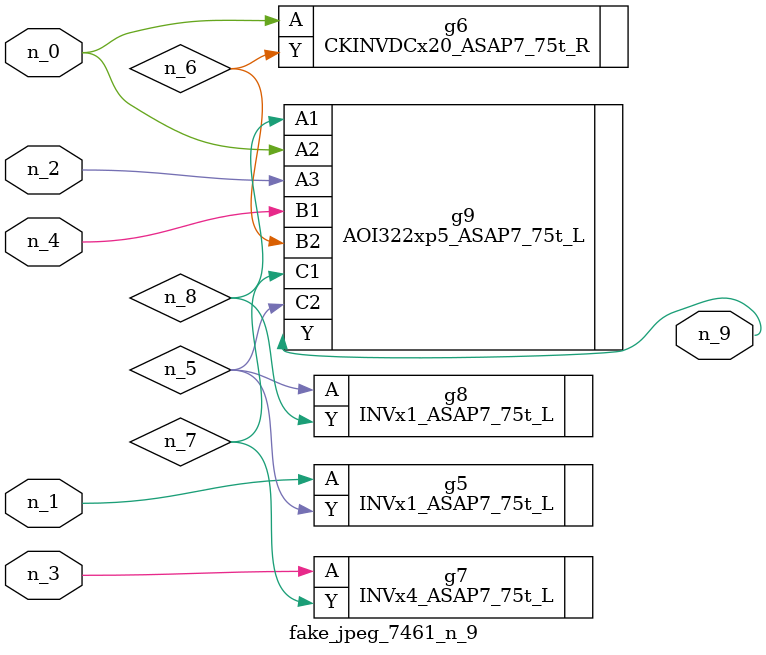
<source format=v>
module fake_jpeg_7461_n_9 (n_3, n_2, n_1, n_0, n_4, n_9);

input n_3;
input n_2;
input n_1;
input n_0;
input n_4;

output n_9;

wire n_8;
wire n_6;
wire n_5;
wire n_7;

INVx1_ASAP7_75t_L g5 ( 
.A(n_1),
.Y(n_5)
);

CKINVDCx20_ASAP7_75t_R g6 ( 
.A(n_0),
.Y(n_6)
);

INVx4_ASAP7_75t_L g7 ( 
.A(n_3),
.Y(n_7)
);

INVx1_ASAP7_75t_L g8 ( 
.A(n_5),
.Y(n_8)
);

AOI322xp5_ASAP7_75t_L g9 ( 
.A1(n_8),
.A2(n_0),
.A3(n_2),
.B1(n_4),
.B2(n_6),
.C1(n_7),
.C2(n_5),
.Y(n_9)
);


endmodule
</source>
